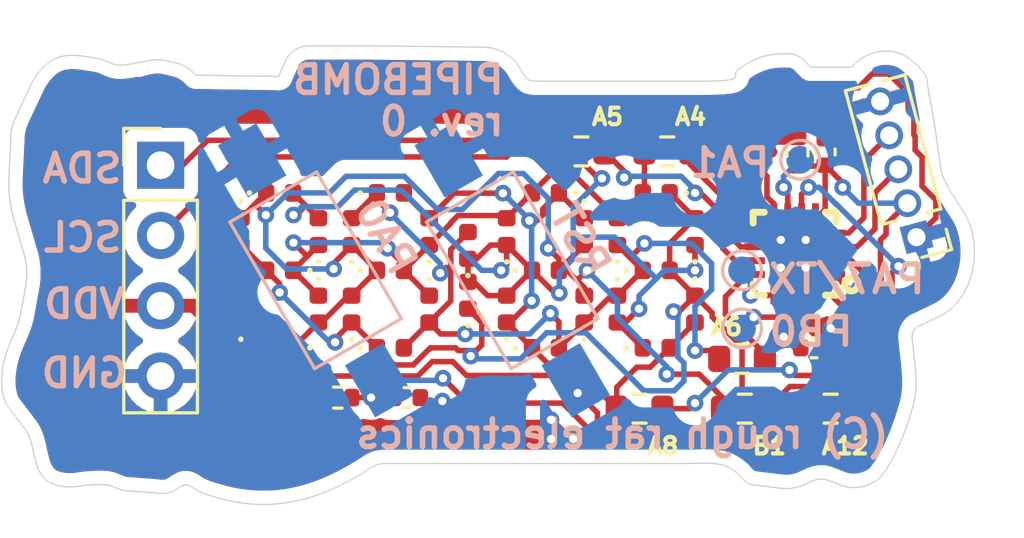
<source format=kicad_pcb>
(kicad_pcb (version 20240108) (generator "pcbnew") (generator_version "8.0")
  (layers (0 "F.Cu" signal) (31 "B.Cu" signal) (34 "B.Paste" user) (35 "F.Paste" user) (36 "B.SilkS" user "B.Silkscreen") (37 "F.SilkS" user "F.Silkscreen") (38 "B.Mask" user) (39 "F.Mask" user) (44 "Edge.Cuts" user))
  (net 0 "")
  (net 1 "/LED1")
  (net 2 "/LED6")
  (net 3 "/LED5")
  (net 4 "/LED4")
  (net 5 "/LED3")
  (net 6 "/LED2")
  (net 7 "/nRST")
  (net 8 "Net-(U1-PA0)")
  (net 9 "Net-(U1-PB1)")
  (net 10 "GND")
  (net 11 "/SWD")
  (net 12 "/SWC")
  (net 13 "VDD")
  (net 14 "/UART_TX")
  (net 15 "/SDA")
  (net 16 "/SCL")
  (net 17 "Net-(U1-PA12)")
  (net 18 "Net-(U1-PA6)")
  (net 19 "Net-(U1-PA5)")
  (net 20 "Net-(U1-PA4)")
  (net 21 "Net-(U1-PA1)")
  (net 22 "Net-(U1-PB0)")
  (net 23 "Net-(U1-PA8)")
  (footprint "Capacitor_SMD:C_0402_1005Metric" (layer "F.Cu") (at 127.8 81.02 90)
    (property "Reference" "C1" (hide yes))
    (property "Value" "100n" (hide yes))
  )
  (footprint "LED_SMD:LED_0402_1005Metric" (layer "F.Cu") (at 108.1 82.5)
    (property "Reference" "D2" (hide yes))
    (property "Value" "LED" (hide yes))
  )
  (footprint "Resistor_SMD:R_0603_1608Metric" (layer "F.Cu") (at 128 90.3)
    (property "Reference" "R4" (hide yes))
    (property "Value" "47")
  )
  (footprint "Resistor_SMD:R_0603_1608Metric" (layer "F.Cu") (at 119 81 180)
    (property "Reference" "R6" (hide yes))
    (property "Value" "47")
  )
  (footprint "LED_SMD:LED_0402_1005Metric" (layer "F.Cu") (at 106.7 83.9 -90)
    (property "Reference" "D3" (hide yes))
    (property "Value" "LED" (hide yes))
  )
  (footprint "LED_SMD:LED_0402_1005Metric" (layer "F.Cu") (at 119.1 86.7 90)
    (property "Reference" "D25" (hide yes))
    (property "Value" "LED" (hide yes))
  )
  (footprint "LED_SMD:LED_0402_1005Metric" (layer "F.Cu") (at 117.7 85.3)
    (property "Reference" "D15" (hide yes))
    (property "Value" "LED" (hide yes))
  )
  (footprint "LED_SMD:LED_0402_1005Metric" (layer "F.Cu") (at 123.1 86.7 -90)
    (property "Reference" "D22" (hide yes))
    (property "Value" "LED" (hide yes))
  )
  (footprint "LED_SMD:LED_0402_1005Metric" (layer "F.Cu") (at 121.7 82.5 180)
    (property "Reference" "D21" (hide yes))
    (property "Value" "LED" (hide yes))
  )
  (footprint "LED_SMD:LED_0402_1005Metric" (layer "F.Cu") (at 117.7 82.5 180)
    (property "Reference" "D11" (hide yes))
    (property "Value" "LED" (hide yes))
  )
  (footprint "LED_SMD:LED_0402_1005Metric" (layer "F.Cu") (at 112.1 85.3)
    (property "Reference" "D0" (hide yes))
    (property "Value" "LED" (hide yes))
  )
  (footprint "LED_SMD:LED_0402_1005Metric" (layer "F.Cu") (at 108.1 88.1 180)
    (property "Reference" "D1" (hide yes))
    (property "Value" "LED" (hide yes))
  )
  (footprint "Resistor_SMD:R_0402_1005Metric" (layer "F.Cu") (at 110.2 89.9 180)
    (property "Reference" "R2" (hide yes))
    (property "Value" "10k" (hide yes))
  )
  (footprint "LED_SMD:LED_0402_1005Metric" (layer "F.Cu") (at 116.3 86.7 90)
    (property "Reference" "D12" (hide yes))
    (property "Value" "LED" (hide yes))
  )
  (footprint "LED_SMD:LED_0402_1005Metric" (layer "F.Cu") (at 112.1 82.5)
    (property "Reference" "D27" (hide yes))
    (property "Value" "LED" (hide yes))
  )
  (footprint "Connector_PinHeader_1.27mm:PinHeader_1x05_P1.27mm_Vertical" (layer "F.Cu") (at 131.1 84.1 -165)
    (property "Reference" "J2" (hide yes))
    (property "Value" "Conn_01x05")
  )
  (footprint "Resistor_SMD:R_0603_1608Metric" (layer "F.Cu") (at 121.1 90.3 180)
    (property "Reference" "R8" (hide yes))
    (property "Value" "47")
  )
  (footprint "LED_SMD:LED_0402_1005Metric" (layer "F.Cu") (at 117.7 88.1)
    (property "Reference" "D14" (hide yes))
    (property "Value" "LED" (hide yes))
  )
  (footprint "Resistor_SMD:R_0603_1608Metric" (layer "F.Cu") (at 122.1 81 180)
    (property "Reference" "R7" (hide yes))
    (property "Value" "47")
  )
  (footprint "LED_SMD:LED_0402_1005Metric" (layer "F.Cu") (at 113.5 83.9 90)
    (property "Reference" "D6" (hide yes))
    (property "Value" "LED" (hide yes))
  )
  (footprint "Resistor_SMD:R_0402_1005Metric" (layer "F.Cu") (at 126.8 81.02 90)
    (property "Reference" "R1" (hide yes))
    (property "Value" "10k" (hide yes))
  )
  (footprint "LED_SMD:LED_0402_1005Metric" (layer "F.Cu") (at 119.1 83.9 -90)
    (property "Reference" "D10" (hide yes))
    (property "Value" "LED" (hide yes))
  )
  (footprint "easyeda2kicad:TQFN-16_L3.0-W3.0-P0.50-BL-EP1.7" (layer "F.Cu") (at 126.7 84.7 90)
    (property "Reference" "U1" (hide yes))
    (property "Value" "PY32F002AW15U6TR" (hide yes))
  )
  (footprint "LED_SMD:LED_0402_1005Metric" (layer "F.Cu") (at 110.7 83.9 90)
    (property "Reference" "D4" (hide yes))
    (property "Value" "LED" (hide yes))
  )
  (footprint "LED_SMD:LED_0402_1005Metric" (layer "F.Cu") (at 116.3 83.9 90)
    (property "Reference" "D16" (hide yes))
    (property "Value" "LED" (hide yes))
  )
  (footprint "Capacitor_SMD:C_0402_1005Metric" (layer "F.Cu") (at 112.7 89.9)
    (property "Reference" "C2" (hide yes))
    (property "Value" "100n" (hide yes))
  )
  (footprint "LED_SMD:LED_0402_1005Metric" (layer "F.Cu") (at 113.5 86.7 -90)
    (property "Reference" "D9" (hide yes))
    (property "Value" "LED" (hide yes))
  )
  (footprint "LED_SMD:LED_0402_1005Metric" (layer "F.Cu") (at 123.1 83.9 90)
    (property "Reference" "D18" (hide yes))
    (property "Value" "LED" (hide yes))
  )
  (footprint "LED_SMD:LED_0402_1005Metric" (layer "F.Cu") (at 121.7 85.3)
    (property "Reference" "D29" (hide yes))
    (property "Value" "LED" (hide yes))
  )
  (footprint "Resistor_SMD:R_0603_1608Metric" (layer "F.Cu") (at 124.9 90.3)
    (property "Reference" "R3" (hide yes))
    (property "Value" "47")
  )
  (footprint "LED_SMD:LED_0402_1005Metric" (layer "F.Cu") (at 109.5 86.7 -90)
    (property "Reference" "D5" (hide yes))
    (property "Value" "LED" (hide yes))
  )
  (footprint "LED_SMD:LED_0402_1005Metric" (layer "F.Cu") (at 114.9 86.2 90)
    (property "Reference" "D23" (hide yes))
    (property "Value" "LED" (hide yes))
  )
  (footprint "LED_SMD:LED_0402_1005Metric" (layer "F.Cu") (at 114.9 84.4 90)
    (property "Reference" "D19" (hide yes))
    (property "Value" "LED" (hide yes))
  )
  (footprint "Connector_PinHeader_2.54mm:PinHeader_1x04_P2.54mm_Vertical" (layer "F.Cu") (at 103.8 81.5)
    (property "Reference" "J1" (hide yes))
    (property "Value" "BOTTLE" (hide yes))
  )
  (footprint "Capacitor_SMD:C_0402_1005Metric" (layer "F.Cu") (at 127.4 88.1 180)
    (property "Reference" "C3" (hide yes))
    (property "Value" "100n" (hide yes))
  )
  (footprint "LED_SMD:LED_0402_1005Metric" (layer "F.Cu") (at 108.1 85.3 180)
    (property "Reference" "D8" (hide yes))
    (property "Value" "LED" (hide yes))
  )
  (footprint "Resistor_SMD:R_0603_1608Metric" (layer "F.Cu") (at 124.8 88.5 180)
    (property "Reference" "R5" (hide yes))
    (property "Value" "47")
  )
  (footprint "LED_SMD:LED_0402_1005Metric" (layer "F.Cu") (at 109.5 83.9 90)
    (property "Reference" "D7" (hide yes))
    (property "Value" "LED" (hide yes))
  )
  (footprint "LED_SMD:LED_0402_1005Metric" (layer "F.Cu") (at 120.3 83.9 90)
    (property "Reference" "D26" (hide yes))
    (property "Value" "LED" (hide yes))
  )
  (footprint "LED_SMD:LED_0402_1005Metric" (layer "F.Cu") (at 110.7 86.7 90)
    (property "Reference" "D20" (hide yes))
    (property "Value" "LED" (hide yes))
  )
  (footprint "LED_SMD:LED_0402_1005Metric" (layer "F.Cu") (at 121.7 88.1)
    (property "Reference" "D17" (hide yes))
    (property "Value" "LED" (hide yes))
  )
  (footprint "LED_SMD:LED_0402_1005Metric" (layer "F.Cu") (at 120.3 86.7 -90)
    (property "Reference" "D28" (hide yes))
    (property "Value" "LED" (hide yes))
  )
  (footprint "LED_SMD:LED_0402_1005Metric" (layer "F.Cu") (at 106.7 86.7 90)
    (property "Reference" "D13" (hide yes))
    (property "Value" "LED" (hide yes))
  )
  (footprint "LED_SMD:LED_0402_1005Metric" (layer "F.Cu") (at 112.1 88.1)
    (property "Reference" "D24" (hide yes))
    (property "Value" "LED" (hide yes))
  )
  (footprint "TestPoint:TestPoint_Pad_D1.0mm" (layer "B.Cu") (at 124.8 85.3 180)
    (property "Reference" "TP3" (hide yes))
    (property "Value" "IOPAD")
  )
  (footprint "Button_Switch_SMD:SW_SPST_FSMSM" (layer "B.Cu") (at 109.4 85.3 -60)
    (property "Reference" "SW2" (hide yes))
    (property "Value" "B1")
  )
  (footprint "TestPoint:TestPoint_Pad_D1.0mm" (layer "B.Cu") (at 126.9 81.3 180)
    (property "Reference" "TP1" (hide yes))
    (property "Value" "IOPAD")
  )
  (footprint "TestPoint:TestPoint_Pad_D1.0mm" (layer "B.Cu") (at 124.8 87.4 180)
    (property "Reference" "TP2" (hide yes))
    (property "Value" "IOPAD")
  )
  (footprint "Button_Switch_SMD:SW_SPST_FSMSM" (layer "B.Cu") (at 116.5 85.3 -60)
    (property "Reference" "SW1" (hide yes))
    (property "Value" "RST")
  )
  (gr_poly (pts (xy 106.950509 93.736735) (xy 106.553754 93.682838) (xy 106.352009 93.644848) (xy 106.147971 93.599244) (xy 105.941605 93.545837) (xy 105.732876 93.484437) (xy 105.660645 93.465251) (xy 105.588413 93.443807) (xy 105.516182 93.420107) (xy 105.44395 93.394148) (xy 105.371719 93.365933) (xy 105.299488 93.33546) (xy 105.227258 93.30273) (xy 105.155028 93.267744) (xy 105.119741 93.249439) (xy 105.086042 93.230782) (xy 105.053824 93.211983) (xy 105.022981 93.193255) (xy 104.911248 93.123281) (xy 104.885695 93.10808) (xy 104.860883 93.094219) (xy 104.836706 93.08191) (xy 104.813058 93.071365) (xy 104.789833 93.062795) (xy 104.766926 93.056411) (xy 104.74423 93.052425) (xy 104.732929 93.051398) (xy 104.72164 93.05105) (xy 104.704617 93.051097) (xy 104.689286 93.051426) (xy 104.682079 93.051785) (xy 104.675084 93.05232) (xy 104.66823 93.053066) (xy 104.661447 93.054059) (xy 104.654663 93.055335) (xy 104.647809 93.056928) (xy 104.640814 93.058873) (xy 104.633607 93.061207) (xy 104.626118 93.063964) (xy 104.618277 93.067179) (xy 104.610012 93.070888) (xy 104.601253 93.075126) (xy 104.569917 93.089475) (xy 104.539038 93.105269) (xy 104.508513 93.122263) (xy 104.478234 93.14021) (xy 104.357472 93.21658) (xy 104.326841 93.235584) (xy 104.295822 93.254059) (xy 104.264308 93.271758) (xy 104.232196 93.288435) (xy 104.199378 93.303841) (xy 104.165749 93.317731) (xy 104.131202 93.329858) (xy 104.095634 93.339974) (xy 104.059788 93.348174) (xy 104.024437 93.354787) (xy 103.989509 93.359918) (xy 103.954933 93.363674) (xy 103.92064 93.366161) (xy 103.886558 93.367483) (xy 103.852618 93.367748) (xy 103.818748 93.36706) (xy 103.784877 93.365526) (xy 103.750937 93.363251) (xy 103.682561 93.356903) (xy 103.541859 93.339974) (xy 102.578778 93.267742) (xy 102.554087 93.267188) (xy 102.529659 93.265573) (xy 102.481528 93.259418) (xy 102.434244 93.249807) (xy 102.387665 93.237269) (xy 102.34165 93.222332) (xy 102.296058 93.205527) (xy 102.205581 93.168423) (xy 102.115104 93.130192) (xy 102.069512 93.111975) (xy 102.023498 93.095063) (xy 101.976919 93.079986) (xy 101.929634 93.067272) (xy 101.881503 93.057449) (xy 101.832384 93.051048) (xy 101.713975 93.044229) (xy 101.593872 93.041643) (xy 101.472641 93.043007) (xy 101.350845 93.048038) (xy 101.229049 93.056456) (xy 101.107817 93.067977) (xy 100.987714 93.082319) (xy 100.869303 93.099201) (xy 100.79917 93.111311) (xy 100.724699 93.120457) (xy 100.646631 93.1265) (xy 100.565705 93.129298) (xy 100.482664 93.12871) (xy 100.398247 93.124595) (xy 100.313196 93.116812) (xy 100.22825 93.10522) (xy 100.14415 93.089678) (xy 100.061638 93.070045) (xy 99.981454 93.04618) (xy 99.904338 93.017941) (xy 99.831031 92.985187) (xy 99.762273 92.947779) (xy 99.698807 92.905573) (xy 99.669288 92.882628) (xy 99.641371 92.85843) (xy 99.597956 92.816555) (xy 99.557871 92.772285) (xy 99.520915 92.725767) (xy 99.486891 92.677146) (xy 99.455601 92.626568) (xy 99.426845 92.574178) (xy 99.376146 92.464543) (xy 99.333206 92.349407) (xy 99.296437 92.229933) (xy 99.264254 92.107284) (xy 99.235069 91.982625) (xy 99.179343 91.731932) (xy 99.149629 91.608226) (xy 99.116564 91.487165) (xy 99.078562 91.369912) (xy 99.034034 91.257633) (xy 99.008828 91.203722) (xy 98.981395 91.151491) (xy 98.951538 91.101085) (xy 98.919057 91.052649) (xy 98.244899 90.161797) (xy 98.195169 90.055255) (xy 98.154045 89.94374) (xy 98.121104 89.827922) (xy 98.095921 89.708471) (xy 98.078075 89.586058) (xy 98.067141 89.461352) (xy 98.062697 89.335024) (xy 98.064319 89.207744) (xy 98.071585 89.080181) (xy 98.08407 88.953007) (xy 98.101352 88.82689) (xy 98.123007 88.702502) (xy 98.148613 88.580512) (xy 98.177746 88.46159) (xy 98.209982 88.346407) (xy 98.244899 88.235632) (xy 98.273056 88.154642) (xy 98.303117 88.074146) (xy 98.367543 87.914353) (xy 98.503728 87.597588) (xy 98.569846 87.439488) (xy 98.630885 87.280824) (xy 98.658618 87.201104) (xy 98.684024 87.121031) (xy 98.706749 87.040534) (xy 98.726441 86.959544) (xy 98.752493 86.833093) (xy 98.776851 86.706359) (xy 98.822748 86.450916) (xy 98.868645 86.190959) (xy 98.919057 85.92423) (xy 98.931743 85.851458) (xy 98.942665 85.777698) (xy 98.951752 85.703092) (xy 98.958936 85.627781) (xy 98.964144 85.551905) (xy 98.967306 85.475606) (xy 98.968353 85.399025) (xy 98.967212 85.322303) (xy 98.963815 85.24558) (xy 98.958089 85.168999) (xy 98.949965 85.0927) (xy 98.939373 85.016825) (xy 98.926241 84.941513) (xy 98.910499 84.866907) (xy 98.892076 84.793148) (xy 98.870902 84.720376) (xy 98.48567 83.396137) (xy 98.443864 83.233569) (xy 98.408548 83.070719) (xy 98.379439 82.907305) (xy 98.356256 82.743045) (xy 98.338715 82.577656) (xy 98.326536 82.410856) (xy 98.319436 82.242364) (xy 98.317131 82.071896) (xy 98.389364 80.555041) (xy 98.390204 80.501143) (xy 98.392702 80.447775) (xy 98.396823 80.394901) (xy 98.402531 80.342485) (xy 98.40979 80.290492) (xy 98.418566 80.238887) (xy 98.428823 80.187635) (xy 98.440527 80.136701) (xy 98.453641 80.086048) (xy 98.46813 80.035643) (xy 98.48396 79.985449) (xy 98.501095 79.935432) (xy 98.5195 79.885556) (xy 98.539139 79.835785) (xy 98.58198 79.736421) (xy 99.183906 78.460333) (xy 99.234417 78.379967) (xy 99.286657 78.301575) (xy 99.34066 78.225441) (xy 99.396462 78.151846) (xy 99.454098 78.081073) (xy 99.513603 78.013403) (xy 99.575013 77.949119) (xy 99.638362 77.888503) (xy 99.703687 77.831838) (xy 99.771022 77.779404) (xy 99.840402 77.731485) (xy 99.911863 77.688363) (xy 99.985441 77.650319) (xy 100.06117 77.617636) (xy 100.139085 77.590596) (xy 100.178874 77.579281) (xy 100.219222 77.569482) (xy 100.294669 77.553364) (xy 100.367964 77.540985) (xy 100.439778 77.532132) (xy 100.51078 77.526595) (xy 100.581642 77.524162) (xy 100.653032 77.52462) (xy 100.725622 77.527759) (xy 100.800081 77.533367) (xy 100.877079 77.541232) (xy 100.957287 77.551142) (xy 101.130012 77.576254) (xy 101.543462 77.641714) (xy 101.592315 77.652089) (xy 101.639723 77.664898) (xy 101.685931 77.679752) (xy 101.731187 77.696264) (xy 101.775738 77.714045) (xy 101.81983 77.732709) (xy 101.907627 77.771128) (xy 101.996552 77.80842) (xy 102.042055 77.825672) (xy 102.088581 77.841479) (xy 102.136377 77.855451) (xy 102.185689 77.867202) (xy 102.236766 77.876342) (xy 102.289852 77.882485) (xy 102.339235 77.881927) (xy 102.388089 77.880275) (xy 102.436449 77.877565) (xy 102.48435 77.873833) (xy 102.578919 77.86344) (xy 102.672077 77.84938) (xy 102.764106 77.831934) (xy 102.855288 77.811384) (xy 102.945907 77.788013) (xy 103.036243 77.762101) (xy 103.012169 77.810253) (xy 103.129592 77.775501) (xy 103.247298 77.744418) (xy 103.306344 77.730692) (xy 103.365567 77.718413) (xy 103.425002 77.707756) (xy 103.484683 77.698897) (xy 103.544647 77.692014) (xy 103.604928 77.687282) (xy 103.665561 77.684878) (xy 103.726583 77.684978) (xy 103.788028 77.687758) (xy 103.849931 77.693396) (xy 103.912327 77.702066) (xy 103.975253 77.713946) (xy 104.384563 77.810253) (xy 104.42491 77.820116) (xy 104.464693 77.831602) (xy 104.503912 77.84464) (xy 104.542567 77.859159) (xy 104.580658 77.875089) (xy 104.618184 77.892359) (xy 104.655146 77.910899) (xy 104.691544 77.930638) (xy 104.727378 77.951506) (xy 104.762647 77.973431) (xy 104.797352 77.996345) (xy 104.831492 78.020175) (xy 104.865069 78.044852) (xy 104.898081 78.070305) (xy 104.930528 78.096463) (xy 104.962411 78.123256) (xy 105.082795 78.243643) (xy 108.068351 78.291795) (xy 108.309122 77.738024) (xy 108.323225 77.706778) (xy 108.338425 77.676255) (xy 108.354692 77.646473) (xy 108.371996 77.61745) (xy 108.390304 77.589202) (xy 108.409587 77.561748) (xy 108.429813 77.535105) (xy 108.450952 77.50929) (xy 108.472973 77.484323) (xy 108.495844 77.460219) (xy 108.519535 77.436997) (xy 108.544016 77.414675) (xy 108.569255 77.393269) (xy 108.595221 77.372798) (xy 108.621884 77.35328) (xy 108.649212 77.334731) (xy 108.677175 77.31717) (xy 108.705743 77.300614) (xy 108.734883 77.285081) (xy 108.764566 77.270588) (xy 108.79476 77.257154) (xy 108.825435 77.244795) (xy 108.856559 77.233529) (xy 108.888102 77.223375) (xy 108.920033 77.214349) (xy 108.952322 77.206469) (xy 108.984936 77.199753) (xy 109.017846 77.194219) (xy 109.05102 77.189883) (xy 109.084429 77.186765) (xy 109.118039 77.184881) (xy 109.151822 77.184249) (xy 111.390991 77.184249) (xy 115.460018 77.232401) (xy 115.549989 77.235199) (xy 115.639185 77.243499) (xy 115.727393 77.25716) (xy 115.814402 77.27604) (xy 115.9 77.3) (xy 115.983976 77.328897) (xy 116.066118 77.362591) (xy 116.146214 77.400941) (xy 116.224053 77.443805) (xy 116.299423 77.491042) (xy 116.372112 77.542512) (xy 116.44191 77.598073) (xy 116.508604 77.657584) (xy 116.571983 77.720904) (xy 116.631834 77.787892) (xy 116.687947 77.858408) (xy 116.710808 77.891878) (xy 116.734268 77.928663) (xy 116.783127 78.009641) (xy 116.834808 78.096263) (xy 116.889593 78.183448) (xy 116.918238 78.225665) (xy 116.947764 78.266119) (xy 116.978208 78.304174) (xy 117.009603 78.339196) (xy 117.041986 78.37055) (xy 117.058559 78.384654) (xy 117.075392 78.397602) (xy 117.09249 78.409315) (xy 117.109856 78.419715) (xy 117.127496 78.428722) (xy 117.145414 78.436256) (xy 117.163201 78.440494) (xy 117.180495 78.444203) (xy 117.197365 78.447419) (xy 117.213883 78.450176) (xy 117.230118 78.452509) (xy 117.246142 78.454455) (xy 117.277837 78.457324) (xy 117.309532 78.459064) (xy 117.341792 78.459957) (xy 117.410261 78.460333) (xy 123.236914 78.460333) (xy 123.570037 78.45837) (xy 123.84218 78.452527) (xy 124.059514 78.442875) (xy 124.228212 78.429485) (xy 124.354446 78.412426) (xy 124.444389 78.391771) (xy 124.504211 78.367588) (xy 124.540086 78.339949) (xy 124.558185 78.308924) (xy 124.56468 78.274584) (xy 124.567549 78.19624) (xy 124.576266 78.152377) (xy 124.598069 78.105481) (xy 124.639128 78.055623) (xy 124.705616 78.002872) (xy 124.81662 77.929207) (xy 124.924379 77.861608) (xy 125.029598 77.799934) (xy 125.132984 77.744044) (xy 125.235241 77.693797) (xy 125.337074 77.649052) (xy 125.43919 77.609668) (xy 125.542294 77.575504) (xy 125.64709 77.546418) (xy 125.754285 77.52227) (xy 125.864583 77.502919) (xy 125.978691 77.488224) (xy 126.097313 77.478042) (xy 126.221155 77.472235) (xy 126.350922 77.470659) (xy 126.48732 77.473175) (xy 126.527662 77.474292) (xy 126.567404 77.477596) (xy 126.606512 77.483015) (xy 126.64495 77.49048) (xy 126.682682 77.499921) (xy 126.719673 77.511265) (xy 126.755889 77.524444) (xy 126.791293 77.539386) (xy 126.825851 77.556022) (xy 126.859527 77.574279) (xy 126.892286 77.594089) (xy 126.924093 77.61538) (xy 126.954913 77.638081) (xy 126.984709 77.662123) (xy 127.013448 77.687435) (xy 127.041093 77.713946) (xy 127.281863 77.954717) (xy 128.702412 77.954717) (xy 128.709668 77.953956) (xy 128.717854 77.951731) (xy 128.726913 77.948131) (xy 128.736787 77.943243) (xy 128.758754 77.929958) (xy 128.783295 77.912582) (xy 128.809953 77.89182) (xy 128.838268 77.868378) (xy 128.898038 77.816274) (xy 128.958936 77.761912) (xy 129.017295 77.710936) (xy 129.044376 77.688481) (xy 129.069446 77.668989) (xy 129.092048 77.653165) (xy 129.111722 77.641714) (xy 129.147838 77.6197) (xy 129.183954 77.59878) (xy 129.220069 77.578918) (xy 129.256185 77.560078) (xy 129.2923 77.542226) (xy 129.328416 77.525326) (xy 129.364531 77.509344) (xy 129.400647 77.494243) (xy 129.472878 77.466544) (xy 129.54511 77.44195) (xy 129.617341 77.420177) (xy 129.689573 77.400943) (xy 129.767106 77.38911) (xy 129.84598 77.38077) (xy 129.925841 77.376026) (xy 130.006337 77.374986) (xy 130.087115 77.377754) (xy 130.167823 77.384438) (xy 130.248107 77.395142) (xy 130.327615 77.409973) (xy 130.405995 77.429036) (xy 130.482894 77.452437) (xy 130.557958 77.480282) (xy 130.630836 77.512676) (xy 130.701174 77.549727) (xy 130.768621 77.591538) (xy 130.832822 77.638217) (xy 130.893426 77.689869) (xy 130.993308 77.774186) (xy 131.043038 77.818266) (xy 131.092062 77.863299) (xy 131.139958 77.909037) (xy 131.186301 77.955234) (xy 131.23067 78.001642) (xy 131.27264 78.048015) (xy 131.311789 78.094106) (xy 131.347693 78.139668) (xy 131.379929 78.184454) (xy 131.408074 78.228216) (xy 131.431704 78.270709) (xy 131.450397 78.311686) (xy 131.457759 78.331528) (xy 131.463729 78.350899) (xy 131.468252 78.369767) (xy 131.471276 78.388101) (xy 131.507769 78.637148) (xy 131.546518 78.881681) (xy 131.589782 79.126214) (xy 131.613812 79.249892) (xy 131.639817 79.375263) (xy 131.70791 79.768773) (xy 131.769231 80.157769) (xy 131.826038 80.546764) (xy 131.880587 80.940273) (xy 132.000973 81.734819) (xy 132.015074 81.783931) (xy 132.03027 81.832021) (xy 132.046523 81.879193) (xy 132.063799 81.925555) (xy 132.082063 81.97121) (xy 132.101278 82.016267) (xy 132.121411 82.06083) (xy 132.142426 82.105004) (xy 132.186959 82.192613) (xy 132.234596 82.279939) (xy 132.285054 82.36783) (xy 132.338052 82.457132) (xy 132.699208 83.034982) (xy 132.843671 83.251676) (xy 132.903982 83.362285) (xy 132.958513 83.477157) (xy 133.007269 83.595901) (xy 133.050254 83.718122) (xy 133.087473 83.84343) (xy 133.118929 83.971431) (xy 133.164573 84.233946) (xy 133.187222 84.502526) (xy 133.18691 84.774034) (xy 133.163674 85.045331) (xy 133.117548 85.313276) (xy 133.048567 85.574733) (xy 133.005517 85.702046) (xy 132.956767 85.826561) (xy 132.902321 85.947883) (xy 132.842184 86.065621) (xy 132.776359 86.179382) (xy 132.704852 86.288775) (xy 132.627666 86.393406) (xy 132.544806 86.492884) (xy 132.456277 86.586815) (xy 132.362082 86.674808) (xy 132.262227 86.75647) (xy 132.156716 86.831409) (xy 132.045553 86.899232) (xy 131.928742 86.959548) (xy 131.182352 87.320703) (xy 131.166833 87.327754) (xy 131.151874 87.335351) (xy 131.13747 87.343478) (xy 131.123617 87.352116) (xy 131.110311 87.361248) (xy 131.097548 87.370856) (xy 131.085322 87.380922) (xy 131.073629 87.39143) (xy 131.062466 87.40236) (xy 131.051827 87.413696) (xy 131.041709 87.42542) (xy 131.032106 87.437515) (xy 131.023014 87.449962) (xy 131.01443 87.462744) (xy 131.006348 87.475843) (xy 130.998765 87.489243) (xy 130.991675 87.502924) (xy 130.985075 87.51687) (xy 130.978959 87.531063) (xy 130.973324 87.545485) (xy 130.968165 87.560119) (xy 130.963478 87.574946) (xy 130.959258 87.589951) (xy 130.955502 87.605113) (xy 130.949359 87.635844) (xy 130.945015 87.666999) (xy 130.942434 87.698435) (xy 130.941582 87.730013) (xy 130.97323 88.039065) (xy 131.009675 88.351502) (xy 131.044427 88.666197) (xy 131.070996 88.982021) (xy 131.079184 89.140003) (xy 131.082893 89.297845) (xy 131.081312 89.455404) (xy 131.073629 89.61254) (xy 131.059034 89.769111) (xy 131.036714 89.924977) (xy 131.00586 90.079997) (xy 130.965659 90.234029) (xy 130.879837 90.524835) (xy 130.784704 90.817899) (xy 130.679978 91.110962) (xy 130.565377 91.401768) (xy 130.440618 91.68806) (xy 130.374341 91.828807) (xy 130.30542 91.96758) (xy 130.233817 92.104095) (xy 130.159499 92.238071) (xy 130.08243 92.369225) (xy 130.002575 92.497275) (xy 129.984782 92.520112) (xy 129.967447 92.543408) (xy 129.93373 92.59095) (xy 129.867141 92.686883) (xy 129.850054 92.710425) (xy 129.832578 92.733579) (xy 129.814608 92.75624) (xy 129.796039 92.778301) (xy 129.776764 92.799656) (xy 129.756679 92.8202) (xy 129.735676 92.839828) (xy 129.71365 92.858432) (xy 129.644023 92.906363) (xy 129.570833 92.950696) (xy 129.49447 92.991221) (xy 129.41532 93.027724) (xy 129.333772 93.059995) (xy 129.250213 93.087823) (xy 129.165032 93.110994) (xy 129.078617 93.129299) (xy 128.991355 93.142525) (xy 128.903635 93.15046) (xy 128.815844 93.152894) (xy 128.728371 93.149614) (xy 128.641603 93.140409) (xy 128.555928 93.125067) (xy 128.471734 93.103376) (xy 128.38941 93.075126) (xy 127.883792 92.882509) (xy 127.8524 92.872129) (xy 127.821413 92.863511) (xy 127.790814 92.856587) (xy 127.760585 92.851284) (xy 127.730709 92.847534) (xy 127.701168 92.845265) (xy 127.671945 92.844407) (xy 127.643021 92.844889) (xy 127.61438 92.846641) (xy 127.586003 92.849591) (xy 127.529972 92.858808) (xy 127.474787 92.871975) (xy 127.420308 92.888528) (xy 127.366394 92.907903) (xy 127.312902 92.929535) (xy 127.206624 92.977312) (xy 127.100347 93.027348) (xy 126.99294 93.075126) (xy 126.943005 93.092608) (xy 126.892541 93.10889) (xy 126.841583 93.123903) (xy 126.790166 93.137576) (xy 126.738327 93.149838) (xy 126.686099 93.160619) (xy 126.633518 93.169848) (xy 126.580621 93.177454) (xy 126.527441 93.183368) (xy 126.474014 93.187518) (xy 126.420375 93.189834) (xy 126.36656 93.190245) (xy 126.312604 93.188682) (xy 126.258542 93.185073) (xy 126.20441 93.179347) (xy 126.150243 93.171435) (xy 125.163083 93.05105) (xy 125.140858 93.048167) (xy 125.119308 93.044072) (xy 125.098401 93.038822) (xy 125.078107 93.032475) (xy 125.058396 93.025087) (xy 125.039235 93.016715) (xy 125.020594 93.007418) (xy 125.002443 92.997252) (xy 124.98475 92.986276) (xy 124.967485 92.974545) (xy 124.950617 92.962118) (xy 124.934115 92.949051) (xy 124.902085 92.92123) (xy 124.871148 92.891539) (xy 124.841057 92.860437) (xy 124.811566 92.828384) (xy 124.753395 92.763253) (xy 124.724222 92.731094) (xy 124.69466 92.699816) (xy 124.664464 92.669879) (xy 124.633386 92.64174) (xy 124.583444 92.598271) (xy 124.532939 92.558082) (xy 124.481869 92.521067) (xy 124.430235 92.48712) (xy 124.378037 92.456136) (xy 124.325274 92.428009) (xy 124.271947 92.402633) (xy 124.218056 92.379902) (xy 124.1636 92.35971) (xy 124.10858 92.341952) (xy 124.052996 92.326522) (xy 123.996848 92.313314) (xy 123.940135 92.302221) (xy 123.882858 92.293139) (xy 123.825017 92.285962) (xy 123.766611 92.280584) (xy 123.649235 92.273671) (xy 123.531859 92.270426) (xy 123.414483 92.270003) (xy 123.297108 92.271554) (xy 123.062356 92.277198) (xy 122.94498 92.279596) (xy 122.827604 92.280584) (xy 111.920684 92.280584) (xy 111.884851 92.281148) (xy 111.849582 92.282841) (xy 111.814877 92.285662) (xy 111.780737 92.289612) (xy 111.747161 92.294691) (xy 111.714149 92.300898) (xy 111.681701 92.308234) (xy 111.649818 92.316699) (xy 111.618499 92.326292) (xy 111.587744 92.337014) (xy 111.557554 92.348864) (xy 111.527928 92.361843) (xy 111.498866 92.375951) (xy 111.470369 92.391188) (xy 111.442436 92.407553) (xy 111.415067 92.425047) (xy 111.110012 92.619197) (xy 110.799597 92.803367) (xy 110.483538 92.976039) (xy 110.161554 93.135696) (xy 109.833363 93.280823) (xy 109.498682 93.409902) (xy 109.15723 93.521417) (xy 108.808723 93.613852) (xy 108.452881 93.685689) (xy 108.08942 93.735413) (xy 107.71806 93.761506) (xy 107.338516 93.762452)) (stroke (width 0.048154) (color 255 0 0 1)) (fill none) (layer "Edge.Cuts"))
  (gr_text "PA1" (at 125.9 82 0) (layer "B.SilkS") (effects (font (size 1 1) (thickness 0.2) (bold yes)) (justify left bottom mirror)))
  (gr_text "SDA" (at 102.5 82.2 0) (layer "B.SilkS") (effects (font (size 1 1) (thickness 0.2) (bold yes)) (justify left bottom mirror)))
  (gr_text "GND" (at 102.7 89.6 0) (layer "B.SilkS") (effects (font (size 1 1) (thickness 0.2) (bold yes)) (justify left bottom mirror)))
  (gr_text "RST" (at 119.2 85.8 300) (layer "B.SilkS") (effects (font (size 1 1) (thickness 0.2) (bold yes)) (justify left bottom mirror)))
  (gr_text "SCL" (at 102.5 84.7 0) (layer "B.SilkS") (effects (font (size 1 1) (thickness 0.2) (bold yes)) (justify left bottom mirror)))
  (gr_text "PA7/TX" (at 131.5 86.2 0) (layer "B.SilkS") (effects (font (size 1 1) (thickness 0.2) (bold yes)) (justify left bottom mirror)))
  (gr_text "PA0" (at 112.2 85.7 300) (layer "B.SilkS") (effects (font (size 1 1) (thickness 0.2) (bold yes)) (justify left bottom mirror)))
  (gr_text "PB0" (at 128.9 88.1 0) (layer "B.SilkS") (effects (font (size 1 1) (thickness 0.2) (bold yes)) (justify left bottom mirror)))
  (gr_text "(C) rough rat electronics" (at 130.2 91.8 0) (layer "B.SilkS") (effects (font (size 1 1) (thickness 0.2) (bold yes)) (justify left bottom mirror)))
  (gr_text "PIPEBOMB" (at 116.3 79 0) (layer "B.SilkS") (effects (font (size 1 1) (thickness 0.2) (bold yes)) (justify left bottom mirror)))
  (gr_text "rev. 0" (at 116.3 80.5 0) (layer "B.SilkS") (effects (font (size 1 1) (thickness 0.2) (bold yes)) (justify left bottom mirror)))
  (gr_text "VDD" (at 102.6 87.1 0) (layer "B.SilkS") (effects (font (size 1 1) (thickness 0.2) (bold yes)) (justify left bottom mirror)))
  (gr_text "A12" (at 127.6 92 0) (layer "F.SilkS") (effects (font (size 0.6 0.6) (thickness 0.15) (bold yes)) (justify left bottom)))
  (gr_text "A8" (at 121.3 92 0) (layer "F.SilkS") (effects (font (size 0.6 0.6) (thickness 0.15) (bold yes)) (justify left bottom)))
  (gr_text "B1" (at 125.1 92 0) (layer "F.SilkS") (effects (font (size 0.6 0.6) (thickness 0.15) (bold yes)) (justify left bottom)))
  (gr_text "A5" (at 119.3 80.1 0) (layer "F.SilkS") (effects (font (size 0.6 0.6) (thickness 0.15) (bold yes)) (justify left bottom)))
  (gr_text "A6" (at 123.6 87.7 0) (layer "F.SilkS") (effects (font (size 0.6 0.6) (thickness 0.15) (bold yes)) (justify left bottom)))
  (gr_text "A4" (at 122.3 80.1 0) (layer "F.SilkS") (effects (font (size 0.6 0.6) (thickness 0.15) (bold yes)) (justify left bottom)))
  (segment (start 122.080314 89.053215) (end 123.253215 89.053215) (width 0.2) (layer "F.Cu") (net 1))
  (segment (start 110.7 86.215) (end 110.585 86.215) (width 0.2) (layer "F.Cu") (net 1))
  (segment (start 118.185 85.3) (end 119.1 84.385) (width 0.2) (layer "F.Cu") (net 1))
  (segment (start 111.615 85.3) (end 110.7 86.215) (width 0.2) (layer "F.Cu") (net 1))
  (segment (start 124.075 89.875) (end 124.075 90.3) (width 0.2) (layer "F.Cu") (net 1))
  (segment (start 110.585 86.215) (end 109.615 87.185) (width 0.2) (layer "F.Cu") (net 1))
  (segment (start 118.89 85.61) (end 119.2 85.3) (width 0.2) (layer "F.Cu") (net 1))
  (segment (start 110.7 84.4) (end 110.7 84.385) (width 0.2) (layer "F.Cu") (net 1))
  (segment (start 118.479999 85.3) (end 119.1 85.920001) (width 0.2) (layer "F.Cu") (net 1))
  (segment (start 109.5 87.185) (end 108.585 88.1) (width 0.2) (layer "F.Cu") (net 1))
  (segment (start 119.1 86.215) (end 119.1 85.92) (width 0.2) (layer "F.Cu") (net 1))
  (segment (start 106.7 83.415) (end 107.615 82.5) (width 0.2) (layer "F.Cu") (net 1))
  (segment (start 111.615 85.3) (end 110.7 84.385) (width 0.2) (layer "F.Cu") (net 1))
  (segment (start 123.253215 89.053215) (end 124.075 89.875) (width 0.2) (layer "F.Cu") (net 1))
  (segment (start 118.185 84.885) (end 118.185 85.3) (width 0.2) (layer "F.Cu") (net 1))
  (segment (start 119.1 85.920001) (end 119.1 86.215) (width 0.2) (layer "F.Cu") (net 1))
  (segment (start 119.1 85.92) (end 118.89 85.71) (width 0.2) (layer "F.Cu") (net 1))
  (segment (start 107.2075 82.9075) (end 107.615 82.5) (width 0.2) (layer "F.Cu") (net 1))
  (segment (start 118.185 85.3) (end 118.479999 85.3) (width 0.2) (layer "F.Cu") (net 1))
  (segment (start 117.8 84.5) (end 118.185 84.885) (width 0.2) (layer "F.Cu") (net 1))
  (segment (start 118.89 85.71) (end 118.89 85.61) (width 0.2) (layer "F.Cu") (net 1))
  (segment (start 109.615 87.185) (end 109.5 87.185) (width 0.2) (layer "F.Cu") (net 1))
  (segment (start 110.05 85.25) (end 110.05 85.05) (width 0.2) (layer "F.Cu") (net 1))
  (segment (start 107.6 83.3) (end 107.2075 82.9075) (width 0.2) (layer "F.Cu") (net 1))
  (segment (start 110.05 85.05) (end 110.7 84.4) (width 0.2) (layer "F.Cu") (net 1))
  (via (at 122.080314 89.053215) (size 0.6) (drill 0.3) (layers "F.Cu" "B.Cu") (net 1))
  (via (at 107.6 83.3) (size 0.6) (drill 0.3) (layers "F.Cu" "B.Cu") (net 1))
  (via (at 119.2 85.3) (size 0.6) (drill 0.3) (layers "F.Cu" "B.Cu") (net 1))
  (via (at 110.05 85.25) (size 0.6) (drill 0.3) (layers "F.Cu" "B.Cu") (net 1))
  (via (at 117.8 84.5) (size 0.6) (drill 0.3) (layers "F.Cu" "B.Cu") (net 1))
  (segment (start 108.35 85.25) (end 107.6 84.5) (width 0.2) (layer "B.Cu") (net 1))
  (segment (start 122.080314 88.780314) (end 120.3 87) (width 0.2) (layer "B.Cu") (net 1))
  (segment (start 107.6 84.5) (end 107.6 83.3) (width 0.2) (layer "B.Cu") (net 1))
  (segment (start 120.3 86.4) (end 119.2 85.3) (width 0.2) (layer "B.Cu") (net 1))
  (segment (start 109.9 82.5) (end 108.4 82.5) (width 0.2) (layer "B.Cu") (net 1))
  (segment (start 108.4 82.5) (end 107.6 83.3) (width 0.2) (layer "B.Cu") (net 1))
  (segment (start 122.080314 89.053215) (end 122.080314 88.780314) (width 0.2) (layer "B.Cu") (net 1))
  (segment (start 110.5 81.9) (end 109.9 82.5) (width 0.2) (layer "B.Cu") (net 1))
  (segment (start 120.3 87) (end 120.3 86.4) (width 0.2) (layer "B.Cu") (net 1))
  (segment (start 110.05 85.25) (end 108.35 85.25) (width 0.2) (layer "B.Cu") (net 1))
  (segment (start 116 81.8) (end 114.7 83.1) (width 0.2) (layer "B.Cu") (net 1))
  (segment (start 117.8 84.5) (end 117.8 82.7) (width 0.2) (layer "B.Cu") (net 1))
  (segment (start 116.9 81.8) (end 116 81.8) (width 0.2) (layer "B.Cu") (net 1))
  (segment (start 117.8 82.7) (end 116.9 81.8) (width 0.2) (layer "B.Cu") (net 1))
  (segment (start 113.8 83.1) (end 112.6 81.9) (width 0.2) (layer "B.Cu") (net 1))
  (segment (start 112.6 81.9) (end 110.5 81.9) (width 0.2) (layer "B.Cu") (net 1))
  (segment (start 114.7 83.1) (end 113.8 83.1) (width 0.2) (layer "B.Cu") (net 1))
  (segment (start 117.877087 86.851935) (end 118.185 87.159848) (width 0.2) (layer "F.Cu") (net 2))
  (segment (start 114.1 85.2) (end 114.28 85.2) (width 0.2) (layer "F.Cu") (net 2))
  (segment (start 110.7 83.415) (end 111.615 82.5) (width 0.2) (layer "F.Cu") (net 2))
  (segment (start 120.3 84.385) (end 120.7575 84.8425) (width 0.2) (layer "F.Cu") (net 2))
  (segment (start 120.7575 84.8425) (end 121.215 85.3) (width 0.2) (layer "F.Cu") (net 2))
  (segment (start 118.185 87.159848) (end 118.185 88.1) (width 0.2) (layer "F.Cu") (net 2))
  (segment (start 123.1 88.2) (end 123.675 88.2) (width 0.2) (layer "F.Cu") (net 2))
  (segment (start 114.28 86.405) (end 113.5 87.185) (width 0.2) (layer "F.Cu") (net 2))
  (segment (start 121.274265 84.325735) (end 120.7575 84.8425) (width 0.2) (layer "F.Cu") (net 2))
  (segment (start 121.215 85.3) (end 120.3 86.215) (width 0.2) (layer "F.Cu") (net 2))
  (segment (start 120.07 86.215) (end 119.1 87.185) (width 0.2) (layer "F.Cu") (net 2))
  (segment (start 111.615 82.744912) (end 111.615 82.5) (width 0.2) (layer "F.Cu") (net 2))
  (segment (start 120.3 86.215) (end 120.07 86.215) (width 0.2) (layer "F.Cu") (net 2))
  (segment (start 114.9 83.915) (end 114.9 83.928052) (width 0.2) (layer "F.Cu") (net 2))
  (segment (start 113.9 85.4) (end 114.1 85.2) (width 0.2) (layer "F.Cu") (net 2))
  (segment (start 114.9 83.928052) (end 114.28 84.548052) (width 0.2) (layer "F.Cu") (net 2))
  (segment (start 113.915 87.6) (end 113.5 87.185) (width 0.2) (layer "F.Cu") (net 2))
  (segment (start 123.675 88.2) (end 123.975 88.5) (width 0.2) (layer "F.Cu") (net 2))
  (segment (start 114.28 84.548052) (end 114.28 86.405) (width 0.2) (layer "F.Cu") (net 2))
  (segment (start 119.1 87.185) (end 118.185 88.1) (width 0.2) (layer "F.Cu") (net 2))
  (segment (start 112.087404 83.217316) (end 111.615 82.744912) (width 0.2) (layer "F.Cu") (net 2))
  (segment (start 114.8 87.6) (end 113.915 87.6) (width 0.2) (layer "F.Cu") (net 2))
  (segment (start 113.5 87.185) (end 112.585 88.1) (width 0.2) (layer "F.Cu") (net 2))
  (via (at 112.087404 83.217316) (size 0.6) (drill 0.3) (layers "F.Cu" "B.Cu") (net 2))
  (via (at 117.877087 86.851935) (size 0.6) (drill 0.3) (layers "F.Cu" "B.Cu") (net 2))
  (via (at 113.9 85.4) (size 0.6) (drill 0.3) (layers "F.Cu" "B.Cu") (net 2))
  (via (at 121.274265 84.325735) (size 0.6) (drill 0.3) (layers "F.Cu" "B.Cu") (net 2))
  (via (at 123.1 88.2) (size 0.6) (drill 0.3) (layers "F.Cu" "B.Cu") (net 2))
  (via (at 114.8 87.6) (size 0.6) (drill 0.3) (layers "F.Cu" "B.Cu") (net 2))
  (segment (start 113.9 85.051471) (end 113.9 85.4) (width 0.2) (layer "B.Cu") (net 2))
  (segment (start 122.974264 84.325735) (end 123.7 85.051471) (width 0.2) (layer "B.Cu") (net 2))
  (segment (start 112.087404 83.238875) (end 113.9 85.051471) (width 0.2) (layer "B.Cu") (net 2))
  (segment (start 117.129022 87.6) (end 114.8 87.6) (width 0.2) (layer "B.Cu") (net 2))
  (segment (start 123.7 85.051471) (end 123.7 86) (width 0.2) (layer "B.Cu") (net 2))
  (segment (start 112.087404 83.217316) (end 112.087404 83.238875) (width 0.2) (layer "B.Cu") (net 2))
  (segment (start 123.1 86.6) (end 123.1 88.2) (width 0.2) (layer "B.Cu") (net 2))
  (segment (start 121.274265 84.325735) (end 122.974264 84.325735) (width 0.2) (layer "B.Cu") (net 2))
  (segment (start 117.877087 86.851935) (end 117.129022 87.6) (width 0.2) (layer "B.Cu") (net 2))
  (segment (start 123.7 86) (end 123.1 86.6) (width 0.2) (layer "B.Cu") (net 2))
  (segment (start 122.185 85.3) (end 123.1 86.215) (width 0.2) (layer "F.Cu") (net 3))
  (segment (start 122.185 85.3) (end 122.185 84.33) (width 0.2) (layer "F.Cu") (net 3))
  (segment (start 106.7 84.385) (end 107.615 85.3) (width 0.2) (layer "F.Cu") (net 3))
  (segment (start 114.451471 88.1) (end 113.541948 88.1) (width 0.2) (layer "F.Cu") (net 3))
  (segment (start 123.1 83.415) (end 122.185 82.5) (width 0.2) (layer "F.Cu") (net 3))
  (segment (start 124.8 88.065686) (end 123.72 86.985686) (width 0.2) (layer "F.Cu") (net 3))
  (segment (start 108.1 86.1) (end 108.1 85.785) (width 0.2) (layer "F.Cu") (net 3))
  (segment (start 108.1 85.785) (end 107.615 85.3) (width 0.2) (layer "F.Cu") (net 3))
  (segment (start 123.72 86.835) (end 123.1 86.215) (width 0.2) (layer "F.Cu") (net 3))
  (segment (start 115.2 88.2) (end 114.551471 88.2) (width 0.2) (layer "F.Cu") (net 3))
  (segment (start 111.615 88.1) (end 110.7 87.185) (width 0.2) (layer "F.Cu") (net 3))
  (segment (start 115.4 88) (end 115.2 88.2) (width 0.2) (layer "F.Cu") (net 3))
  (segment (start 115.4 87.185) (end 115.4 88) (width 0.2) (layer "F.Cu") (net 3))
  (segment (start 127.175 90.3) (end 126.4 91.075) (width 0.2) (layer "F.Cu") (net 3))
  (segment (start 122.185 84.33) (end 123.1 83.415) (width 0.2) (layer "F.Cu") (net 3))
  (segment (start 123.72 86.985686) (end 123.72 86.835) (width 0.2) (layer "F.Cu") (net 3))
  (segment (start 112.235 88.72) (end 111.615 88.1) (width 0.2) (layer "F.Cu") (net 3))
  (segment (start 110.1 87.785) (end 110.7 87.185) (width 0.2) (layer "F.Cu") (net 3))
  (segment (start 124.8 90.634314) (end 124.8 88.065686) (width 0.2) (layer "F.Cu") (net 3))
  (segment (start 122.325691 86.790858) (end 122.524142 86.790858) (width 0.2) (layer "F.Cu") (net 3))
  (segment (start 110.1 87.9) (end 110.1 87.785) (width 0.2) (layer "F.Cu") (net 3))
  (segment (start 126.4 91.075) (end 125.240686 91.075) (width 0.2) (layer "F.Cu") (net 3))
  (segment (start 114.9 86.685) (end 115.4 87.185) (width 0.2) (layer "F.Cu") (net 3))
  (segment (start 114.551471 88.2) (end 114.451471 88.1) (width 0.2) (layer "F.Cu") (net 3))
  (segment (start 113.541948 88.1) (end 112.921948 88.72) (width 0.2) (layer "F.Cu") (net 3))
  (segment (start 125.240686 91.075) (end 124.8 90.634314) (width 0.2) (layer "F.Cu") (net 3))
  (segment (start 112.921948 88.72) (end 112.235 88.72) (width 0.2) (layer "F.Cu") (net 3))
  (segment (start 107.615 85.3) (end 106.7 86.215) (width 0.2) (layer "F.Cu") (net 3))
  (segment (start 122.524142 86.790858) (end 123.1 86.215) (width 0.2) (layer "F.Cu") (net 3))
  (via (at 122.325691 86.790858) (size 0.6) (drill 0.3) (layers "F.Cu" "B.Cu") (net 3))
  (via (at 108.1 86.1) (size 0.6) (drill 0.3) (layers "F.Cu" "B.Cu") (net 3))
  (via (at 115 88.4) (size 0.6) (drill 0.3) (layers "F.Cu" "B.Cu") (net 3))
  (via (at 110.1 87.9) (size 0.6) (drill 0.3) (layers "F.Cu" "B.Cu") (net 3))
  (segment (start 117.743968 87.556032) (end 116.8 88.5) (width 0.2) (layer "B.Cu") (net 3))
  (segment (start 109.9 87.9) (end 110.1 87.9) (width 0.2) (layer "B.Cu") (net 3))
  (segment (start 122.7 88.648529) (end 122.7 89.3) (width 0.2) (layer "B.Cu") (net 3))
  (segment (start 122.480314 86.945481) (end 122.480314 88.428843) (width 0.2) (layer "B.Cu") (net 3))
  (segment (start 121.253215 89.653215) (end 119.156032 87.556032) (width 0.2) (layer "B.Cu") (net 3))
  (segment (start 108.1 86.1) (end 109.9 87.9) (width 0.2) (layer "B.Cu") (net 3))
  (segment (start 122.480314 88.428843) (end 122.7 88.648529) (width 0.2) (layer "B.Cu") (net 3))
  (segment (start 122.7 89.3) (end 122.346785 89.653215) (width 0.2) (layer "B.Cu") (net 3))
  (segment (start 115.1 88.5) (end 115 88.4) (width 0.2) (layer "B.Cu") (net 3))
  (segment (start 116.8 88.5) (end 115.1 88.5) (width 0.2) (layer "B.Cu") (net 3))
  (segment (start 122.346785 89.653215) (end 121.253215 89.653215) (width 0.2) (layer "B.Cu") (net 3))
  (segment (start 122.325691 86.790858) (end 122.480314 86.945481) (width 0.2) (layer "B.Cu") (net 3))
  (segment (start 119.156032 87.556032) (end 117.743968 87.556032) (width 0.2) (layer "B.Cu") (net 3))
  (segment (start 119.740338 81.975) (end 119.612352 81.975) (width 0.2) (layer "F.Cu") (net 4))
  (segment (start 116.3 84.385) (end 116.3 85.1) (width 0.2) (layer "F.Cu") (net 4))
  (segment (start 121.079042 86.68898) (end 120.583022 87.185) (width 0.2) (layer "F.Cu") (net 4))
  (segment (start 108.6 83.3) (end 108.7 83.3) (width 0.2) (layer "F.Cu") (net 4))
  (segment (start 115.715 84.385) (end 116.3 84.385) (width 0.2) (layer "F.Cu") (net 4))
  (segment (start 119.125 81.487648) (end 119.125 81.2875) (width 0.2) (layer "F.Cu") (net 4))
  (segment (start 115.615 86.215) (end 116.3 86.215) (width 0.2) (layer "F.Cu") (net 4))
  (segment (start 115.215 84.885) (end 115.715 84.385) (width 0.2) (layer "F.Cu") (net 4))
  (segment (start 118.8375 81) (end 118.175 81) (width 0.2) (layer "F.Cu") (net 4))
  (segment (start 108.585 82.5) (end 109.0425 82.9575) (width 0.2) (layer "F.Cu") (net 4))
  (segment (start 118.034999 86.119999) (end 118.2 86.119999) (width 0.2) (layer "F.Cu") (net 4))
  (segment (start 119.612352 81.975) (end 119.125 81.487648) (width 0.2) (layer "F.Cu") (net 4))
  (segment (start 114.9 84.885) (end 114.9 85.715) (width 0.2) (layer "F.Cu") (net 4))
  (segment (start 117.215 85.3) (end 116.8075 85.7075) (width 0.2) (layer "F.Cu") (net 4))
  (segment (start 120.441511 87.326511) (end 121.215 88.1) (width 0.2) (layer "F.Cu") (net 4))
  (segment (start 116.3 84.385) (end 117.215 85.3) (width 0.2) (layer "F.Cu") (net 4))
  (segment (start 116.8075 85.7075) (end 116.3 86.215) (width 0.2) (layer "F.Cu") (net 4))
  (segment (start 123.1 84.385) (end 123.1 85.3) (width 0.2) (layer "F.Cu") (net 4))
  (segment (start 114.9 84.885) (end 115.215 84.885) (width 0.2) (layer "F.Cu") (net 4))
  (segment (start 117.215 85.3) (end 118.034999 86.119999) (width 0.2) (layer "F.Cu") (net 4))
  (segment (start 121.079042 86.68898) (end 120.441511 87.326511) (width 0.2) (layer "F.Cu") (net 4))
  (segment (start 120.583022 87.185) (end 120.3 87.185) (width 0.2) (layer "F.Cu") (net 4))
  (segment (start 116.3 85.1) (end 116.1 85.3) (width 0.2) (layer "F.Cu") (net 4))
  (segment (start 119.125 81.2875) (end 118.8375 81) (width 0.2) (layer "F.Cu") (net 4))
  (segment (start 109.0425 82.9575) (end 109.5 83.415) (width 0.2) (layer "F.Cu") (net 4))
  (segment (start 108.7 83.3) (end 109.0425 82.9575) (width 0.2) (layer "F.Cu") (net 4))
  (segment (start 115.115 85.715) (end 115.615 86.215) (width 0.2) (layer "F.Cu") (net 4))
  (via (at 118.2 86.119999) (size 0.6) (drill 0.3) (layers "F.Cu" "B.Cu") (net 4))
  (via (at 116.1 85.3) (size 0.6) (drill 0.3) (layers "F.Cu" "B.Cu") (net 4))
  (via (at 121.079042 86.68898) (size 0.6) (drill 0.3) (layers "F.Cu" "B.Cu") (net 4))
  (via (at 119.740338 81.975) (size 0.6) (drill 0.3) (layers "F.Cu" "B.Cu") (net 4))
  (via (at 123.1 85.3) (size 0.6) (drill 0.3) (layers "F.Cu" "B.Cu") (net 4))
  (via (at 108.6 83.3) (size 0.6) (drill 0.3) (layers "F.Cu" "B.Cu") (net 4))
  (segment (start 120.2 84.1) (end 118.7 84.1) (width 0.2) (layer "B.Cu") (net 4))
  (segment (start 112.5 82.4) (end 110.8 82.4) (width 0.2) (layer "B.Cu") (net 4))
  (segment (start 118.7 83.015338) (end 118.7 84.1) (width 0.2) (layer "B.Cu") (net 4))
  (segment (start 119.740338 81.975) (end 118.7 83.015338) (width 0.2) (layer "B.Cu") (net 4))
  (segment (start 121.7 85.6) (end 120.2 84.1) (width 0.2) (layer "B.Cu") (net 4))
  (segment (start 115.4 85.3) (end 112.5 82.4) (width 0.2) (layer "B.Cu") (net 4))
  (segment (start 116.1 85.3) (end 115.4 85.3) (width 0.2) (layer "B.Cu") (net 4))
  (segment (start 123.1 85.3) (end 122 85.3) (width 0.2) (layer "B.Cu") (net 4))
  (segment (start 118.7 84.1) (end 118.7 84.880761) (width 0.2) (layer "B.Cu") (net 4))
  (segment (start 118.7 84.880761) (end 118.2 85.380761) (width 0.2) (layer "B.Cu") (net 4))
  (segment (start 118.2 85.380761) (end 118.2 86.119999) (width 0.2) (layer "B.Cu") (net 4))
  (segment (start 122 85.3) (end 121.7 85.6) (width 0.2) (layer "B.Cu") (net 4))
  (segment (start 121.079042 86.68898) (end 121.079042 86.220958) (width 0.2) (layer "B.Cu") (net 4))
  (segment (start 108.9 83) (end 108.6 83.3) (width 0.2) (layer "B.Cu") (net 4))
  (segment (start 121.079042 86.220958) (end 121.7 85.6) (width 0.2) (layer "B.Cu") (net 4))
  (segment (start 110.2 83) (end 108.9 83) (width 0.2) (layer "B.Cu") (net 4))
  (segment (start 110.8 82.4) (end 110.2 83) (width 0.2) (layer "B.Cu") (net 4))
  (segment (start 116.162873 82.510774) (end 114.404226 82.510774) (width 0.2) (layer "F.Cu") (net 5))
  (segment (start 114.404226 82.510774) (end 113.5 83.415) (width 0.2) (layer "F.Cu") (net 5))
  (segment (start 122.185 88.1) (end 123.1 87.185) (width 0.2) (layer "F.Cu") (net 5))
  (segment (start 121.485 88.8) (end 122.185 88.1) (width 0.2) (layer "F.Cu") (net 5))
  (segment (start 107.615 88.1) (end 106.7 87.185) (width 0.2) (layer "F.Cu") (net 5))
  (segment (start 116.415 87.185) (end 117.2 86.4) (width 0.2) (layer "F.Cu") (net 5))
  (segment (start 112.585 82.5) (end 113.5 83.415) (width 0.2) (layer "F.Cu") (net 5))
  (segment (start 120.275 89.525) (end 121 88.8) (width 0.2) (layer "F.Cu") (net 5))
  (segment (start 117.6 83.3) (end 117.6 83.085) (width 0.2) (layer "F.Cu") (net 5))
  (segment (start 113.087634 89.12) (end 108.635 89.12) (width 0.2) (layer "F.Cu") (net 5))
  (segment (start 118.215 89.1) (end 114.851471 89.1) (width 0.2) (layer "F.Cu") (net 5))
  (segment (start 114.351471 88.6) (end 113.607634 88.6) (width 0.2) (layer "F.Cu") (net 5))
  (segment (start 117.6 83.085) (end 118.185 82.5) (width 0.2) (layer "F.Cu") (net 5))
  (segment (start 117.215 88.1) (end 116.3 87.185) (width 0.2) (layer "F.Cu") (net 5))
  (segment (start 121 88.8) (end 121.485 88.8) (width 0.2) (layer "F.Cu") (net 5))
  (segment (start 116.3 87.185) (end 116.415 87.185) (width 0.2) (layer "F.Cu") (net 5))
  (segment (start 117.12 83.5) (end 117.4 83.5) (width 0.2) (layer "F.Cu") (net 5))
  (segment (start 120.275 90.3) (end 120.275 89.525) (width 0.2) (layer "F.Cu") (net 5))
  (segment (start 118.185 82.5) (end 119.1 83.415) (width 0.2) (layer "F.Cu") (net 5))
  (segment (start 117.4 83.5) (end 117.6 83.3) (width 0.2) (layer "F.Cu") (net 5))
  (segment (start 113.607634 88.6) (end 113.087634 89.12) (width 0.2) (layer "F.Cu") (net 5))
  (segment (start 119.075 89.1) (end 118.215 89.1) (width 0.2) (layer "F.Cu") (net 5))
  (segment (start 108.635 89.12) (end 107.615 88.1) (width 0.2) (layer "F.Cu") (net 5))
  (segment (start 120.275 90.3) (end 119.075 89.1) (width 0.2) (layer "F.Cu") (net 5))
  (segment (start 118.215 89.1) (end 117.215 88.1) (width 0.2) (layer "F.Cu") (net 5))
  (segment (start 114.851471 89.1) (end 114.351471 88.6) (width 0.2) (layer "F.Cu") (net 5))
  (via (at 117.2 86.4) (size 0.6) (drill 0.3) (layers "F.Cu" "B.Cu") (net 5))
  (via (at 116.162873 82.510774) (size 0.6) (drill 0.3) (layers "F.Cu" "B.Cu") (net 5))
  (via (at 117.12 83.5) (size 0.6) (drill 0.3) (layers "F.Cu" "B.Cu") (net 5))
  (segment (start 117.12 83.5) (end 117.2 83.58) (width 0.2) (layer "B.Cu") (net 5))
  (segment (start 117.12 83.5) (end 117.12 83.467901) (width 0.2) (layer "B.Cu") (net 5))
  (segment (start 117.2 83.58) (end 117.2 86.4) (width 0.2) (layer "B.Cu") (net 5))
  (segment (start 117.12 83.467901) (end 116.162873 82.510774) (width 0.2) (layer "B.Cu") (net 5))
  (segment (start 112.585 85.085) (end 112.585 85.3) (width 0.2) (layer "F.Cu") (net 6))
  (segment (start 109.0925 84.7925) (end 109.5 84.385) (width 0.2) (layer "F.Cu") (net 6))
  (segment (start 108.585 85.3) (end 109.5 86.215) (width 0.2) (layer "F.Cu") (net 6))
  (segment (start 121.215 82.5) (end 120.3 83.415) (width 0.2) (layer "F.Cu") (net 6))
  (segment (start 109.5 84.385) (end 108.585 85.3) (width 0.2) (layer "F.Cu") (net 6))
  (segment (start 114.28 83.578052) (end 114.28 83.605) (width 0.2) (layer "F.Cu") (net 6))
  (segment (start 114.538052 83.32) (end 114.28 83.578052) (width 0.2) (layer "F.Cu") (net 6))
  (segment (start 108.6 84.3) (end 109.0925 84.7925) (width 0.2) (layer "F.Cu") (net 6))
  (segment (start 113.5 84.385) (end 112.585 85.3) (width 0.2) (layer "F.Cu") (net 6))
  (segment (start 117.215 82.5) (end 117.915 81.8) (width 0.2) (layer "F.Cu") (net 6))
  (segment (start 114.28 83.605) (end 113.5 84.385) (width 0.2) (layer "F.Cu") (net 6))
  (segment (start 116.205 83.32) (end 114.538052 83.32) (width 0.2) (layer "F.Cu") (net 6))
  (segment (start 116.3 83.415) (end 116.205 83.32) (width 0.2) (layer "F.Cu") (net 6))
  (segment (start 121.275 81) (end 121.275 82.44) (width 0.2) (layer "F.Cu") (net 6))
  (segment (start 118.685 81.8) (end 120.3 83.415) (width 0.2) (layer "F.Cu") (net 6))
  (segment (start 117.215 82.5) (end 116.3 83.415) (width 0.2) (layer "F.Cu") (net 6))
  (segment (start 112 84.5) (end 112.585 85.085) (width 0.2) (layer "F.Cu") (net 6))
  (segment (start 121.275 82.44) (end 121.215 82.5) (width 0.2) (layer "F.Cu") (net 6))
  (segment (start 112.585 85.3) (end 113.5 86.215) (width 0.2) (layer "F.Cu") (net 6))
  (segment (start 117.915 81.8) (end 118.685 81.8) (width 0.2) (layer "F.Cu") (net 6))
  (via (at 108.6 84.3) (size 0.6) (drill 0.3) (layers "F.Cu" "B.Cu") (net 6))
  (via (at 112 84.5) (size 0.6) (drill 0.3) (layers "F.Cu" "B.Cu") (net 6))
  (segment (start 111.8 84.3) (end 108.6 84.3) (width 0.2) (layer "B.Cu") (net 6))
  (segment (start 112 84.5) (end 111.8 84.3) (width 0.2) (layer "B.Cu") (net 6))
  (segment (start 129.8 85.419239) (end 129.8 84.2) (width 0.2) (layer "F.Cu") (net 7))
  (segment (start 128.9 91.5) (end 129.718219 90.681781) (width 0.2) (layer "F.Cu") (net 7))
  (segment (start 127.45 83.25) (end 127.65 83.25) (width 0.2) (layer "F.Cu") (net 7))
  (segment (start 129.718219 90.481781) (end 129.816735 90.383265) (width 0.2) (layer "F.Cu") (net 7))
  (segment (start 127.8 81.53) (end 126.8 81.53) (width 0.2) (layer "F.Cu") (net 7))
  (segment (start 119.887352 91.1) (end 124.7 91.1) (width 0.2) (layer "F.Cu") (net 7))
  (segment (start 127.65 83.25) (end 127.8 83.1) (width 0.2) (layer "F.Cu") (net 7))
  (segment (start 127.8 83.1) (end 127.8 81.53) (width 0.2) (layer "F.Cu") (net 7))
  (segment (start 128.432843 82.3) (end 128.432843 82.132843) (width 0.2) (layer "F.Cu") (net 7))
  (segment (start 127.77 81.53) (end 127.8 81.5) (width 0.2) (layer "F.Cu") (net 7))
  (segment (start 129.816735 90.383265) (end 129.816735 85.435974) (width 0.2) (layer "F.Cu") (net 7))
  (segment (start 119.575 90.787648) (end 119.887352 91.1) (width 0.2) (layer "F.Cu") (net 7))
  (segment (start 130 84) (end 130 83.644574) (width 0.2) (layer "F.Cu") (net 7))
  (segment (start 129.8 84.2) (end 130 84) (width 0.2) (layer "F.Cu") (net 7))
  (segment (start 128.432843 82.132843) (end 127.8 81.5) (width 0.2) (layer "F.Cu") (net 7))
  (segment (start 124.7 91.1) (end 125.1 91.5) (width 0.2) (layer "F.Cu") (net 7))
  (segment (start 118.863235 89.736765) (end 119.575 90.44853) (width 0.2) (layer "F.Cu") (net 7))
  (segment (start 126.8 81.53) (end 127.77 81.53) (width 0.2) (layer "F.Cu") (net 7))
  (segment (start 129.816735 85.435974) (end 129.8 85.419239) (width 0.2) (layer "F.Cu") (net 7))
  (segment (start 130 83.644574) (end 130.7713 82.873274) (width 0.2) (layer "F.Cu") (net 7))
  (segment (start 129.718219 90.681781) (end 129.718219 90.481781) (width 0.2) (layer "F.Cu") (net 7))
  (segment (start 119.575 90.44853) (end 119.575 90.787648) (width 0.2) (layer "F.Cu") (net 7))
  (segment (start 125.1 91.5) (end 128.9 91.5) (width 0.2) (layer "F.Cu") (net 7))
  (via (at 128.432843 82.3) (size 0.6) (drill 0.3) (layers "F.Cu" "B.Cu") (net 7))
  (via (at 118.863235 89.736765) (size 0.6) (drill 0.3) (layers "F.Cu" "B.Cu") (net 7))
  (segment (start 118.863235 89.263235) (end 118.8 89.2) (width 0.2) (layer "B.Cu") (net 7))
  (segment (start 128.432843 82.3) (end 129.006117 82.873274) (width 0.2) (layer "B.Cu") (net 7))
  (segment (start 118.863235 89.736765) (end 118.863235 89.263235) (width 0.2) (layer "B.Cu") (net 7))
  (segment (start 129.006117 82.873274) (end 130.7713 82.873274) (width 0.2) (layer "B.Cu") (net 7))
  (segment (start 123.900883 91.69041) (end 124.724724 91.69041) (width 0.2) (layer "F.Cu") (net 8))
  (segment (start 119.859925 91.659925) (end 123.870398 91.659925) (width 0.2) (layer "F.Cu") (net 8))
  (segment (start 123.870398 91.659925) (end 123.900883 91.69041) (width 0.2) (layer "F.Cu") (net 8))
  (segment (start 124.724724 91.69041) (end 124.934314 91.9) (width 0.2) (layer "F.Cu") (net 8))
  (segment (start 124.934314 91.9) (end 129.065686 91.9) (width 0.2) (layer "F.Cu") (net 8))
  (segment (start 118.321666 90.1) (end 119.7 91.478334) (width 0.2) (layer "F.Cu") (net 8))
  (segment (start 112.22 89.9) (end 110.71 89.9) (width 0.2) (layer "F.Cu") (net 8))
  (segment (start 127.2 82.3) (end 126.95 82.55) (width 0.2) (layer "F.Cu") (net 8))
  (segment (start 114 89.2) (end 114.9 90.1) (width 0.2) (layer "F.Cu") (net 8))
  (segment (start 130.216735 90.548951) (end 130.216735 85.383265) (width 0.2) (layer "F.Cu") (net 8))
  (segment (start 129.065686 91.9) (end 130.118219 90.847467) (width 0.2) (layer "F.Cu") (net 8))
  (segment (start 119.7 91.5) (end 119.859925 91.659925) (width 0.2) (layer "F.Cu") (net 8))
  (segment (start 114.9 90.1) (end 118.321666 90.1) (width 0.2) (layer "F.Cu") (net 8))
  (segment (start 119.7 91.478334) (end 119.7 91.5) (width 0.2) (layer "F.Cu") (net 8))
  (segment (start 130.216735 85.383265) (end 130.45 85.15) (width 0.2) (layer "F.Cu") (net 8))
  (segment (start 130.5 85.1) (end 130.45 85.15) (width 0.2) (layer "F.Cu") (net 8))
  (segment (start 130.118219 90.647467) (end 130.216735 90.548951) (width 0.2) (layer "F.Cu") (net 8))
  (segment (start 130.118219 90.847467) (end 130.118219 90.647467) (width 0.2) (layer "F.Cu") (net 8))
  (segment (start 126.95 82.55) (end 126.95 83.25) (width 0.2) (layer "F.Cu") (net 8))
  (via (at 127.2 82.3) (size 0.6) (drill 0.3) (layers "F.Cu" "B.Cu") (net 8))
  (via (at 111.4 89.9) (size 0.6) (drill 0.3) (layers "F.Cu" "B.Cu") (net 8))
  (via (at 130.45 85.15) (size 0.6) (drill 0.3) (layers "F.Cu" "B.Cu") (net 8))
  (via (at 114 89.2) (size 0.6) (drill 0.3) (layers "F.Cu" "B.Cu") (net 8))
  (segment (start 113.924944 89.275056) (end 111.695 89.275056) (width 0.2) (layer "B.Cu") (net 8))
  (segment (start 128.184314 82.9) (end 128.2 82.9) (width 0.2) (layer "B.Cu") (net 8))
  (segment (start 114 89.2) (end 113.924944 89.275056) (width 0.2) (layer "B.Cu") (net 8))
  (segment (start 127.2 82.3) (end 127.584314 82.3) (width 0.2) (layer "B.Cu") (net 8))
  (segment (start 127.584314 82.3) (end 128.184314 82.9) (width 0.2) (layer "B.Cu") (net 8))
  (segment (start 128.2 82.9) (end 130.45 85.15) (width 0.2) (layer "B.Cu") (net 8))
  (segment (start 125.725 90.3) (end 126.525 89.5) (width 0.2) (layer "F.Cu") (net 9))
  (segment (start 129.016735 86.341735) (end 128.15 85.475) (width 0.2) (layer "F.Cu") (net 9))
  (segment (start 128.3 89.5) (end 129.016735 88.783265) (width 0.2) (layer "F.Cu") (net 9))
  (segment (start 128.15 85.475) (end 128.15 85.45) (width 0.2) (layer "F.Cu") (net 9))
  (segment (start 126.525 89.5) (end 128.3 89.5) (width 0.2) (layer "F.Cu") (net 9))
  (segment (start 129.016735 88.783265) (end 129.016735 86.341735) (width 0.2) (layer "F.Cu") (net 9))
  (segment (start 129.785199 79.193097) (end 129.146903 79.193097) (width 0.2) (layer "F.Cu") (net 10))
  (segment (start 113.975735 90.024265) (end 113.304265 90.024265) (width 0.2) (layer "F.Cu") (net 10))
  (segment (start 126.7 88.1) (end 126.92 88.1) (width 0.2) (layer "F.Cu") (net 10))
  (segment (start 126.95 88.07) (end 126.92 88.1) (width 0.2) (layer "F.Cu") (net 10))
  (segment (start 113.304265 90.024265) (end 113.18 89.9) (width 0.2) (layer "F.Cu") (net 10))
  (segment (start 126.3 87.7) (end 126.7 88.1) (width 0.2) (layer "F.Cu") (net 10))
  (segment (start 129.146903 79.193097) (end 127.8 80.54) (width 0.2) (layer "F.Cu") (net 10))
  (via (at 127.1 84.2) (size 0.6) (drill 0.3) (layers "F.Cu" "B.Cu") (net 10))
  (via (at 113.975735 90.024265) (size 0.6) (drill 0.3) (layers "F.Cu" "B.Cu") (net 10))
  (via (at 127.1 85.2) (size 0.6) (drill 0.3) (layers "F.Cu" "B.Cu") (net 10))
  (via (at 126.3 87.7) (size 0.6) (drill 0.3) (layers "F.Cu" "B.Cu") (net 10))
  (via (at 126.2 84.2) (size 0.6) (drill 0.3) (layers "F.Cu" "B.Cu") (net 10))
  (via (at 126.2 85.2) (size 0.6) (drill 0.3) (layers "F.Cu" "B.Cu") (net 10))
  (segment (start 128.95 84.45) (end 128.15 84.45) (width 0.2) (layer "F.Cu") (net 11))
  (segment (start 129.6 82.489148) (end 129.6 83.8) (width 0.2) (layer "F.Cu") (net 11))
  (segment (start 130.4426 81.646548) (end 129.6 82.489148) (width 0.2) (layer "F.Cu") (net 11))
  (segment (start 129.6 83.8) (end 128.95 84.45) (width 0.2) (layer "F.Cu") (net 11))
  (segment (start 129.2 81.333722) (end 129.2 83.4) (width 0.2) (layer "F.Cu") (net 12))
  (segment (start 129.2 83.4) (end 128.65 83.95) (width 0.2) (layer "F.Cu") (net 12))
  (segment (start 128.65 83.95) (end 128.15 83.95) (width 0.2) (layer "F.Cu") (net 12))
  (segment (start 130.113899 80.419823) (end 129.2 81.333722) (width 0.2) (layer "F.Cu") (net 12))
  (segment (start 130.8 79.5) (end 131.005503 79.705503) (width 0.2) (layer "F.Cu") (net 13))
  (segment (start 108.1 89.9) (end 104.78 86.58) (width 0.2) (layer "F.Cu") (net 13))
  (segment (start 129 78.7) (end 129.5 78.2) (width 0.2) (layer "F.Cu") (net 13))
  (segment (start 127.88 88.1) (end 127.88 87.52) (width 0.2) (layer "F.Cu") (net 13))
  (segment (start 126.95 86.75) (end 127.2 87) (width 0.2) (layer "F.Cu") (net 13))
  (segment (start 127.2 87.42) (end 127.88 88.1) (width 0.2) (layer "F.Cu") (net 13))
  (segment (start 109.69 89.9) (end 108.1 89.9) (width 0.2) (layer "F.Cu") (net 13))
  (segment (start 126.8 80.51) (end 125.31 80.51) (width 0.2) (layer "F.Cu") (net 13))
  (segment (start 126.95 86.15) (end 126.95 86.75) (width 0.2) (layer "F.Cu") (net 13))
  (segment (start 104.78 86.58) (end 103.8 86.58) (width 0.2) (layer "F.Cu") (net 13))
  (segment (start 130.8 78.9) (end 130.8 79.5) (width 0.2) (layer "F.Cu") (net 13))
  (segment (start 131.050319 80.449681) (end 131.050319 80.950319) (width 0.2) (layer "F.Cu") (net 13))
  (segment (start 131.8 82.755455) (end 131.8 83.4) (width 0.2) (layer "F.Cu") (net 13))
  (segment (start 131.3 82.255455) (end 131.8 82.755455) (width 0.2) (layer "F.Cu") (net 13))
  (segment (start 124.1 79.3) (end 115.8 79.3) (width 0.2) (layer "F.Cu") (net 13))
  (segment (start 130.1 78.2) (end 130.8 78.9) (width 0.2) (layer "F.Cu") (net 13))
  (segment (start 127.2 87) (end 127.2 87.42) (width 0.2) (layer "F.Cu") (net 13))
  (segment (start 127.88 87.52) (end 128 87.4) (width 0.2) (layer "F.Cu") (net 13))
  (segment (start 131.8 83.4) (end 131.1 84.1) (width 0.2) (layer "F.Cu") (net 13))
  (segment (start 131.005503 80.404865) (end 131.050319 80.449681) (width 0.2) (layer "F.Cu") (net 13))
  (segment (start 128.61 78.7) (end 129 78.7) (width 0.2) (layer "F.Cu") (net 13))
  (segment (start 131.3 81.2) (end 131.3 82.255455) (width 0.2) (layer "F.Cu") (net 13))
  (segment (start 129.5 78.2) (end 130.1 78.2) (width 0.2) (layer "F.Cu") (net 13))
  (segment (start 125.31 80.51) (end 124.5 79.7) (width 0.2) (layer "F.Cu") (net 13))
  (segment (start 126.8 80.51) (end 128.61 78.7) (width 0.2) (layer "F.Cu") (net 13))
  (segment (start 124.5 79.7) (end 124.1 79.3) (width 0.2) (layer "F.Cu") (net 13))
  (segment (start 131.005503 79.705503) (end 131.005503 80.404865) (width 0.2) (layer "F.Cu") (net 13))
  (segment (start 131.050319 80.950319) (end 131.3 81.2) (width 0.2) (layer "F.Cu") (net 13))
  (via (at 118.7 91.4) (size 0.6) (drill 0.3) (layers "F.Cu" "B.Cu") (net 13))
  (via (at 117.9 90.7) (size 0.6) (drill 0.3) (layers "F.Cu" "B.Cu") (net 13))
  (via (at 117.9 91.4) (size 0.6) (drill 0.3) (layers "F.Cu" "B.Cu") (net 13))
  (via (at 128 87.4) (size 0.6) (drill 0.3) (layers "F.Cu" "B.Cu") (net 13))
  (segment (start 125.1 86.2) (end 125.9 86.2) (width 0.2) (layer "F.Cu") (net 14))
  (segment (start 125.9 86.2) (end 125.95 86.15) (width 0.2) (layer "F.Cu") (net 14))
  (via (at 125.1 86.2) (size 0.6) (drill 0.3) (layers "F.Cu" "B.Cu") (net 14))
  (segment (start 125.1 85.6) (end 124.8 85.3) (width 0.2) (layer "B.Cu") (net 14))
  (segment (start 125.1 86.2) (end 125.1 85.6) (width 0.2) (layer "B.Cu") (net 14))
  (segment (start 125.7 82.648529) (end 125.95 82.898529) (width 0.2) (layer "F.Cu") (net 15))
  (segment (start 123.6 79.8) (end 125.7 81.9) (width 0.2) (layer "F.Cu") (net 15))
  (segment (start 116.3 80.6) (end 117.1 79.8) (width 0.2) (layer "F.Cu") (net 15))
  (segment (start 125.95 82.898529) (end 125.95 83.25) (width 0.2) (layer "F.Cu") (net 15))
  (segment (start 117.1 79.8) (end 123.6 79.8) (width 0.2) (layer "F.Cu") (net 15))
  (segment (start 125.7 81.9) (end 125.7 82.648529) (width 0.2) (layer "F.Cu") (net 15))
  (segment (start 103.8 81.5) (end 104.6 81.5) (width 0.2) (layer "F.Cu") (net 15))
  (segment (start 105.5 80.6) (end 116.3 80.6) (width 0.2) (layer "F.Cu") (net 15))
  (segment (start 104.6 81.5) (end 105.5 80.6) (width 0.2) (layer "F.Cu") (net 15))
  (segment (start 106.64 81.2) (end 103.8 84.04) (width 0.2) (layer "F.Cu") (net 16))
  (segment (start 116.3 81.2) (end 106.64 81.2) (width 0.2) (layer "F.Cu") (net 16))
  (segment (start 117.3 80.2) (end 116.3 81.2) (width 0.2) (layer "F.Cu") (net 16))
  (segment (start 123.353333 80.2) (end 117.3 80.2) (width 0.2) (layer "F.Cu") (net 16))
  (segment (start 125.25 83.95) (end 125.2 83.9) (width 0.2) (layer "F.Cu") (net 16))
  (segment (start 125.2 82.046667) (end 123.353333 80.2) (width 0.2) (layer "F.Cu") (net 16))
  (segment (start 125.2 83.9) (end 125.2 82.046667) (width 0.2) (layer "F.Cu") (net 16))
  (segment (start 129.416735 85.616735) (end 128.75 84.95) (width 0.2) (layer "F.Cu") (net 17))
  (segment (start 128.75 84.95) (end 128.15 84.95) (width 0.2) (layer "F.Cu") (net 17))
  (segment (start 128.825 89.575) (end 129.416735 88.983265) (width 0.2) (layer "F.Cu") (net 17))
  (segment (start 129.416735 88.983265) (end 129.416735 85.616735) (width 0.2) (layer "F.Cu") (net 17))
  (segment (start 128.825 90.3) (end 128.825 89.575) (width 0.2) (layer "F.Cu") (net 17))
  (segment (start 125.001471 85.45) (end 124.2 86.251471) (width 0.2) (layer "F.Cu") (net 18))
  (segment (start 124.2 86.251471) (end 124.2 86.9) (width 0.2) (layer "F.Cu") (net 18))
  (segment (start 125.25 85.45) (end 125.001471 85.45) (width 0.2) (layer "F.Cu") (net 18))
  (segment (start 125.625 88.325) (end 125.625 88.5) (width 0.2) (layer "F.Cu") (net 18))
  (segment (start 124.2 86.9) (end 125.625 88.325) (width 0.2) (layer "F.Cu") (net 18))
  (segment (start 120.542825 81.717825) (end 120.542825 81.947261) (width 0.2) (layer "F.Cu") (net 19))
  (segment (start 124.1 83.3) (end 123.3 82.5) (width 0.2) (layer "F.Cu") (net 19))
  (segment (start 125.25 84.95) (end 124.55 84.95) (width 0.2) (layer "F.Cu") (net 19))
  (segment (start 119.825 81) (end 120.542825 81.717825) (width 0.2) (layer "F.Cu") (net 19))
  (segment (start 124.1 84.5) (end 124.1 83.3) (width 0.2) (layer "F.Cu") (net 19))
  (segment (start 124.55 84.95) (end 124.1 84.5) (width 0.2) (layer "F.Cu") (net 19))
  (segment (start 123.3 82.5) (end 123.1 82.5) (width 0.2) (layer "F.Cu") (net 19))
  (via (at 123.1 82.5) (size 0.6) (drill 0.3) (layers "F.Cu" "B.Cu") (net 19))
  (via (at 120.542825 81.947261) (size 0.6) (drill 0.3) (layers "F.Cu" "B.Cu") (net 19))
  (segment (start 122.6 81.9) (end 123.1 82.4) (width 0.2) (layer "B.Cu") (net 19))
  (segment (start 120.542825 81.947261) (end 120.590086 81.9) (width 0.2) (layer "B.Cu") (net 19))
  (segment (start 120.590086 81.9) (end 122.6 81.9) (width 0.2) (layer "B.Cu") (net 19))
  (segment (start 123.1 82.4) (end 123.1 82.5) (width 0.2) (layer "B.Cu") (net 19))
  (segment (start 122.925 81.475) (end 122.925 81) (width 0.2) (layer "F.Cu") (net 20))
  (segment (start 124.5 84.2) (end 124.5 83.05) (width 0.2) (layer "F.Cu") (net 20))
  (segment (start 125.25 84.45) (end 124.75 84.45) (width 0.2) (layer "F.Cu") (net 20))
  (segment (start 124.75 84.45) (end 124.5 84.2) (width 0.2) (layer "F.Cu") (net 20))
  (segment (start 124.5 83.05) (end 122.925 81.475) (width 0.2) (layer "F.Cu") (net 20))
  (segment (start 126.45 82.45) (end 126.45 83.25) (width 0.2) (layer "F.Cu") (net 21))
  (segment (start 126.3 82.3) (end 126.45 82.45) (width 0.2) (layer "F.Cu") (net 21))
  (via (at 126.3 82.3) (size 0.6) (drill 0.3) (layers "F.Cu" "B.Cu") (net 21))
  (segment (start 126.3 81.9) (end 126.9 81.3) (width 0.2) (layer "B.Cu") (net 21))
  (segment (start 126.3 82.3) (end 126.3 81.9) (width 0.2) (layer "B.Cu") (net 21))
  (segment (start 126.45 86.75) (end 126.45 86.15) (width 0.2) (layer "F.Cu") (net 22))
  (segment (start 126.208038 86.991962) (end 126.45 86.75) (width 0.2) (layer "F.Cu") (net 22))
  (segment (start 125.213137 86.991962) (end 126.208038 86.991962) (width 0.2) (layer "F.Cu") (net 22))
  (via (at 125.213137 86.991962) (size 0.6) (drill 0.3) (layers "F.Cu" "B.Cu") (net 22))
  (segment (start 128.1 89.1) (end 128.616735 88.583265) (width 0.2) (layer "F.Cu") (net 23))
  (segment (start 123.1 90.1) (end 122.9 90.3) (width 0.2) (layer "F.Cu") (net 23))
  (segment (start 127.969239 86.15) (end 127.45 86.15) (width 0.2) (layer "F.Cu") (net 23))
  (segment (start 122.9 90.3) (end 121.925 90.3) (width 0.2) (layer "F.Cu") (net 23))
  (segment (start 128.616735 88.583265) (end 128.616735 86.797496) (width 0.2) (layer "F.Cu") (net 23))
  (segment (start 126.713725 89.1) (end 128.1 89.1) (width 0.2) (layer "F.Cu") (net 23))
  (segment (start 128.616735 86.797496) (end 127.969239 86.15) (width 0.2) (layer "F.Cu") (net 23))
  (segment (start 126.513829 88.900104) (end 126.713725 89.1) (width 0.2) (layer "F.Cu") (net 23))
  (via (at 126.513829 88.900104) (size 0.6) (drill 0.3) (layers "F.Cu" "B.Cu") (net 23))
  (via (at 123.1 90.1) (size 0.6) (drill 0.3) (layers "F.Cu" "B.Cu") (net 23))
  (segment (start 124.3 88.9) (end 126.513725 88.9) (width 0.2) (layer "B.Cu") (net 23))
  (segment (start 126.513725 88.9) (end 126.513829 88.900104) (width 0.2) (layer "B.Cu") (net 23))
  (segment (start 123.1 90.1) (end 124.3 88.9) (width 0.2) (layer "B.Cu") (net 23))
  (zone (net 13) (net_name "VDD") (layer "F.Cu") (priority 1) (connect_pads (clearance 0.5)) (min_thickness 0.25) (fill yes (thermal_gap 0.5) (thermal_bridge_width 0.5))
    (polygon (pts (xy 98 77) (xy 98 94) (xy 133.5 94) (xy 133.5 77)))
  )
  (zone (net 13) (net_name "VDD") (layer "B.Cu") (priority 2) (connect_pads (clearance 0.5)) (min_thickness 0.25) (fill yes (thermal_gap 0.5) (thermal_bridge_width 0.5))
    (polygon (pts (xy 117.5 92.5) (xy 123.5 92.5) (xy 124.5 93.5) (xy 129.5 93.5) (xy 131.5 91.5) (xy 131.5 88) (xy 133.5 85.5) (xy 133.5 83) (xy 130.5 83) (xy 126.5 89.5) (xy 117.5 89.5)))
  )
  (zone (net 10) (net_name "GND") (layer "B.Cu") (connect_pads (clearance 0.5)) (min_thickness 0.25) (fill yes (thermal_gap 0.5) (thermal_bridge_width 0.5))
    (polygon (pts (xy 98 77) (xy 98 95) (xy 135 95) (xy 135 77)))
  )
)
</source>
